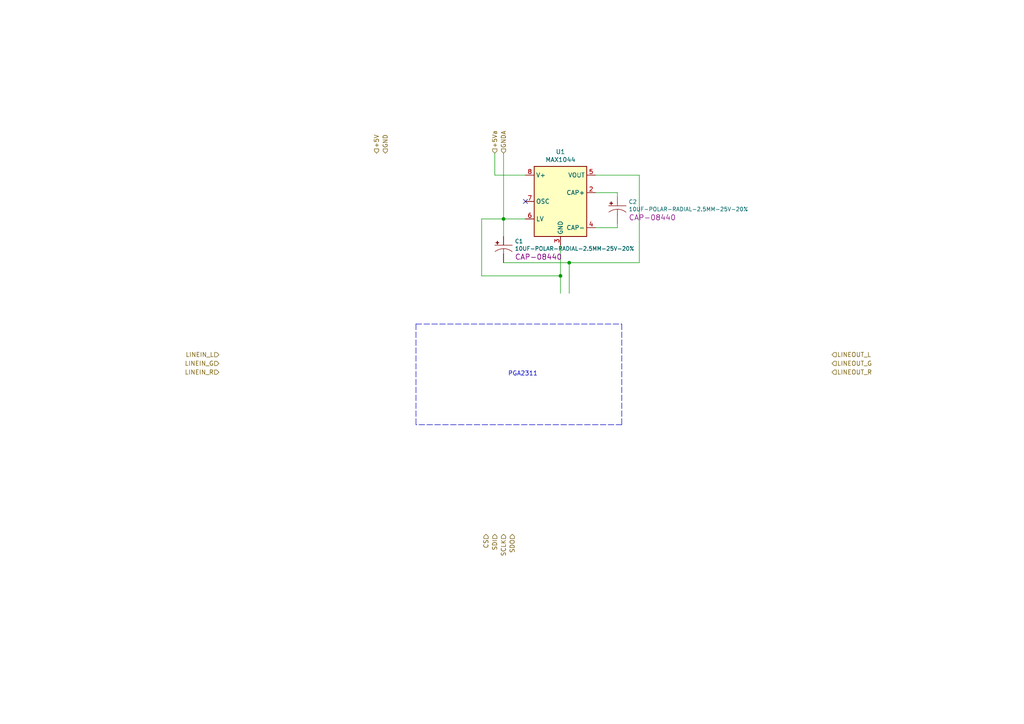
<source format=kicad_sch>
(kicad_sch (version 20211123) (generator eeschema)
  (paper "A4")
  (title_block (title "ModulAmp") (rev "1.0") (company "Paolo Marcucci"))
  (lib_symbols
    (symbol "Regulator_SwitchedCapacitor:MAX1044"
      (property "Reference" "U" (at -6.35 11.43 0))
      (property "Value" "MAX1044" (at 3.81 11.43 0))
      (symbol "MAX1044_0_1"
        (rectangle (start -7.62 10.16) (end 7.62 -10.16) (stroke (width 0.254)) (fill (type background)))
      )
      (symbol "MAX1044_1_1"
        (pin no_connect line (at -7.62 5.08 0) (length 2.54) hide (name "NC") (number "1"))
        (pin input line (at 10.16 2.54 180) (length 2.54) (name "CAP+") (number "2"))
        (pin power_in line (at 0 -12.7 90) (length 2.54) (name "GND") (number "3"))
        (pin input line (at 10.16 -7.62 180) (length 2.54) (name "CAP-") (number "4"))
        (pin power_out line (at 10.16 7.62 180) (length 2.54) (name "VOUT") (number "5"))
        (pin input line (at -10.16 -5.08 0) (length 2.54) (name "LV") (number "6"))
        (pin input line (at -10.16 0 0) (length 2.54) (name "OSC") (number "7"))
        (pin power_in line (at -10.16 7.62 0) (length 2.54) (name "V+") (number "8"))
      )
    )
    (symbol "SparkFun-Capacitors:10UF-POLAR-RADIAL-2.5MM-25V-20%" (pin_numbers hide) (pin_names (offset 1.016) hide)
      (property "Reference" "C" (at 1.016 0.635 0))
      (property "Value" "SparkFun-Capacitors_10UF-POLAR-RADIAL-2.5MM-25V-20%" (at 1.016 -4.191 0))
      (property "Field4" "CAP-08440" (at 0 7.62 0))
      (symbol "10UF-POLAR-RADIAL-2.5MM-25V-20%_1_0"
        (polyline (pts (xy -2.54 0) (xy 2.54 0)))
        (polyline (pts (xy 0 -1.016) (xy 0 -2.54)))
      )
      (symbol "10UF-POLAR-RADIAL-2.5MM-25V-20%_1_1"
        (rectangle (start -2.2352 0.6604) (end -1.3462 0.7874) (fill (type outline)))
        (rectangle (start -1.8542 0.2794) (end -1.7272 1.1684) (fill (type outline)))
        (arc (start 0 -1.016) (mid -1.2939 -1.2289) (end -2.4638 -1.8288))
        (arc (start 2.4892 -1.8542) (mid 1.3167 -1.2157) (end 0 -0.9906))
        (pin passive line (at 0 2.54 270) (length 2.54) (name "+") (number "1"))
        (pin passive line (at 0 -5.08 90) (length 2.54) (name "-") (number "2"))
      )
    )
  )
  (junction (at 146.05 63.5))
  (junction (at 165.1 76.2))
  (junction (at 162.56 80.01))
  (no_connect (at 152.4 58.42))
  (wire (pts (xy 139.7 63.5) (xy 146.05 63.5)))
  (wire (pts (xy 172.72 66.04) (xy 179.07 66.04)))
  (wire (pts (xy 185.42 76.2) (xy 185.42 50.8)))
  (wire (pts (xy 162.56 71.12) (xy 162.56 80.01)))
  (polyline (pts (xy 120.65 93.98) (xy 120.65 123.19)))
  (polyline (pts (xy 180.34 93.98) (xy 180.34 123.19)))
  (wire (pts (xy 146.05 63.5) (xy 146.05 68.58)))
  (wire (pts (xy 146.05 44.45) (xy 146.05 63.5)))
  (wire (pts (xy 146.05 76.2) (xy 165.1 76.2)))
  (wire (pts (xy 162.56 80.01) (xy 162.56 85.09)))
  (wire (pts (xy 185.42 50.8) (xy 172.72 50.8)))
  (polyline (pts (xy 180.34 123.19) (xy 120.65 123.19)))
  (polyline (pts (xy 120.65 93.98) (xy 180.34 93.98)))
  (wire (pts (xy 152.4 63.5) (xy 146.05 63.5)))
  (wire (pts (xy 143.51 50.8) (xy 152.4 50.8)))
  (wire (pts (xy 172.72 55.88) (xy 179.07 55.88)))
  (wire (pts (xy 165.1 76.2) (xy 165.1 85.09)))
  (wire (pts (xy 165.1 76.2) (xy 185.42 76.2)))
  (wire (pts (xy 143.51 44.45) (xy 143.51 50.8)))
  (wire (pts (xy 139.7 80.01) (xy 162.56 80.01)))
  (wire (pts (xy 179.07 66.04) (xy 179.07 64.77)))
  (wire (pts (xy 179.07 55.88) (xy 179.07 57.15)))
  (wire (pts (xy 139.7 63.5) (xy 139.7 80.01)))
  (text "PGA2311" (at 147.32 109.22 0) (effects (font (size 1.27 1.27)) (justify left bottom)))
  (hierarchical_label "GNDA" (shape input) (at 146.05 44.45 90))
  (hierarchical_label "+5Va" (shape input) (at 143.51 44.45 90))
  (hierarchical_label "LINEOUT_G" (shape input) (at 241.3 105.41 0))
  (hierarchical_label "SDO" (shape input) (at 148.59 154.94 270))
  (hierarchical_label "LINEIN_R" (shape input) (at 63.5 107.95 180))
  (hierarchical_label "LINEIN_L" (shape input) (at 63.5 102.87 180))
  (hierarchical_label "SDI" (shape input) (at 143.51 154.94 270))
  (hierarchical_label "LINEOUT_L" (shape input) (at 241.3 102.87 0))
  (hierarchical_label "+5V" (shape input) (at 109.22 44.45 90))
  (hierarchical_label "GND" (shape input) (at 111.76 44.45 90))
  (hierarchical_label "LINEIN_G" (shape input) (at 63.5 105.41 180))
  (hierarchical_label "LINEOUT_R" (shape input) (at 241.3 107.95 0))
  (hierarchical_label "CS" (shape input) (at 140.97 154.94 270))
  (hierarchical_label "SCLK" (shape input) (at 146.05 154.94 270))
  (symbol (lib_id "Regulator_SwitchedCapacitor:MAX1044") (at 162.56 58.42 0)
    (property "Reference" "U1" (at 162.56 44.0182 0))
    (property "Value" "MAX1044" (at 162.56 46.3296 0))
    (property "Datasheet" "http://datasheets.maximintegrated.com/en/ds/ICL7660-MAX1044.pdf" (effects hide))
  )
  (symbol (lib_id "SparkFun-Capacitors:10UF-POLAR-RADIAL-2.5MM-25V-20%") (at 179.07 59.69 0)
    (property "Reference" "C2" (at 182.3212 58.547 0) (effects (font (size 1.143 1.143)) (justify left)))
    (property "Value" "10UF-POLAR-RADIAL-2.5MM-25V-20%" (at 182.3212 60.6806 0) (effects (font (size 1.143 1.143)) (justify left)))
    (property "Footprint" "CPOL-RADIAL-2.5MM-5MM" (effects hide))
    (property "Field4" "CAP-08440" (at 182.3212 63.0936 0) (effects (font (size 1.524 1.524)) (justify left)))
  )
  (symbol (lib_id "SparkFun-Capacitors:10UF-POLAR-RADIAL-2.5MM-25V-20%") (at 146.05 71.12 0)
    (property "Reference" "C1" (at 149.3012 69.977 0) (effects (font (size 1.143 1.143)) (justify left)))
    (property "Value" "10UF-POLAR-RADIAL-2.5MM-25V-20%" (at 149.3012 72.1106 0) (effects (font (size 1.143 1.143)) (justify left)))
    (property "Footprint" "CPOL-RADIAL-2.5MM-5MM" (effects hide))
    (property "Field4" "CAP-08440" (at 149.3012 74.5236 0) (effects (font (size 1.524 1.524)) (justify left)))
  )
)
</source>
